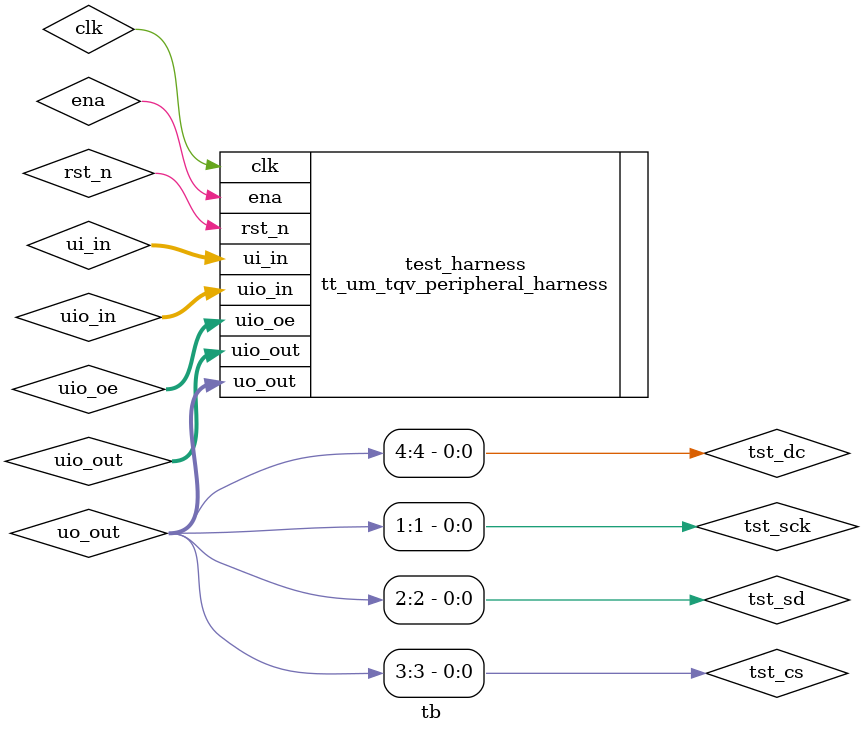
<source format=v>
`default_nettype none
`timescale 1ns / 1ps

/* This testbench just instantiates the module and makes some convenient wires
   that can be driven / tested by the cocotb test.py.
*/
module tb ();

  // Dump the signals to a VCD file. You can view it with gtkwave or surfer.
  initial begin
    $dumpfile("tb.vcd");
    $dumpvars(0, tb);
    #1;
  end

  // Wire up the inputs and outputs:
  reg clk;
  reg rst_n;
  reg ena;
  reg [7:0] ui_in;
  reg [7:0] uio_in;
  wire [7:0] uo_out;
  wire [7:0] uio_out;
  wire [7:0] uio_oe;
`ifdef GL_TEST
  wire VPWR = 1'b1;
  wire VGND = 1'b0;
`endif

  tt_um_tqv_peripheral_harness test_harness (

      // Include power ports for the Gate Level test:
`ifdef GL_TEST
      .VPWR(VPWR),
      .VGND(VGND),
`endif

      .ui_in  (ui_in),    // Dedicated inputs
      .uo_out (uo_out),   // Dedicated outputs
      .uio_in (uio_in),   // IOs: Input path
      .uio_out(uio_out),  // IOs: Output path
      .uio_oe (uio_oe),   // IOs: Enable path (active high: 0=input, 1=output)
      .ena    (ena),      // enable - goes high when design is selected
      .clk    (clk),      // clock
      .rst_n  (rst_n)     // not reset
  );

  (* keep *) wire tst_cs;
  (* keep *) wire tst_sd;
  (* keep *) wire tst_sck;
  (* keep *) wire tst_dc;

  assign tst_cs   = uo_out[3];
  assign tst_sd   = uo_out[2];
  assign tst_sck  = uo_out[1];
  assign tst_dc   = uo_out[4];

`ifdef MODEL
  simio_ssd1306_spi4 i_ssd1306_spi4 (
    .cs_in  ( uo_out[3] ),
    .sdi_i  ( uo_out[2] ),
    .sck_i  ( uo_out[1] ),
    .dc_i   ( uo_out[4] )
  );
`endif



endmodule

</source>
